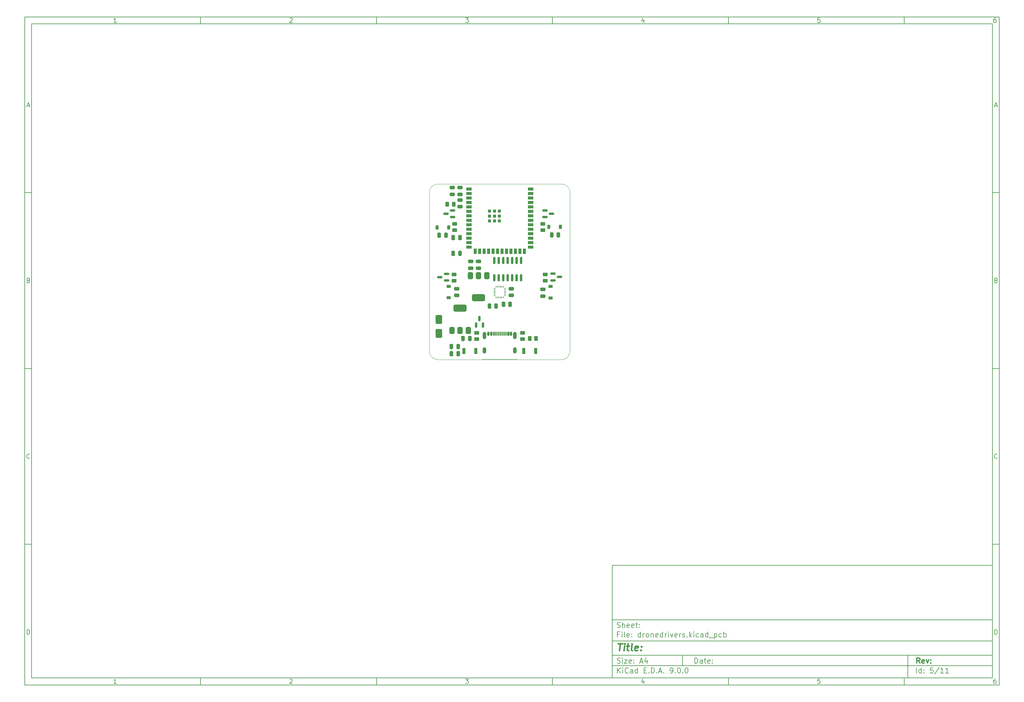
<source format=gbr>
%TF.GenerationSoftware,KiCad,Pcbnew,9.0.0*%
%TF.CreationDate,2025-03-29T01:57:50-05:00*%
%TF.ProjectId,dronedrivers,64726f6e-6564-4726-9976-6572732e6b69,rev?*%
%TF.SameCoordinates,Original*%
%TF.FileFunction,Paste,Top*%
%TF.FilePolarity,Positive*%
%FSLAX46Y46*%
G04 Gerber Fmt 4.6, Leading zero omitted, Abs format (unit mm)*
G04 Created by KiCad (PCBNEW 9.0.0) date 2025-03-29 01:57:50*
%MOMM*%
%LPD*%
G01*
G04 APERTURE LIST*
G04 Aperture macros list*
%AMRoundRect*
0 Rectangle with rounded corners*
0 $1 Rounding radius*
0 $2 $3 $4 $5 $6 $7 $8 $9 X,Y pos of 4 corners*
0 Add a 4 corners polygon primitive as box body*
4,1,4,$2,$3,$4,$5,$6,$7,$8,$9,$2,$3,0*
0 Add four circle primitives for the rounded corners*
1,1,$1+$1,$2,$3*
1,1,$1+$1,$4,$5*
1,1,$1+$1,$6,$7*
1,1,$1+$1,$8,$9*
0 Add four rect primitives between the rounded corners*
20,1,$1+$1,$2,$3,$4,$5,0*
20,1,$1+$1,$4,$5,$6,$7,0*
20,1,$1+$1,$6,$7,$8,$9,0*
20,1,$1+$1,$8,$9,$2,$3,0*%
G04 Aperture macros list end*
%ADD10C,0.100000*%
%ADD11C,0.150000*%
%ADD12C,0.300000*%
%ADD13C,0.400000*%
%ADD14RoundRect,0.250000X-0.650000X1.000000X-0.650000X-1.000000X0.650000X-1.000000X0.650000X1.000000X0*%
%ADD15RoundRect,0.375000X0.375000X-0.625000X0.375000X0.625000X-0.375000X0.625000X-0.375000X-0.625000X0*%
%ADD16RoundRect,0.500000X1.400000X-0.500000X1.400000X0.500000X-1.400000X0.500000X-1.400000X-0.500000X0*%
%ADD17RoundRect,0.250000X0.262500X0.450000X-0.262500X0.450000X-0.262500X-0.450000X0.262500X-0.450000X0*%
%ADD18RoundRect,0.250000X-0.450000X0.262500X-0.450000X-0.262500X0.450000X-0.262500X0.450000X0.262500X0*%
%ADD19R,0.900000X1.700000*%
%ADD20RoundRect,0.225000X0.225000X0.375000X-0.225000X0.375000X-0.225000X-0.375000X0.225000X-0.375000X0*%
%ADD21RoundRect,0.250000X-0.250000X-0.475000X0.250000X-0.475000X0.250000X0.475000X-0.250000X0.475000X0*%
%ADD22R,0.900000X0.900000*%
%ADD23R,1.500000X0.900000*%
%ADD24R,0.900000X1.500000*%
%ADD25O,1.000000X1.800000*%
%ADD26O,1.000000X2.100000*%
%ADD27RoundRect,0.150000X-0.150000X-0.425000X0.150000X-0.425000X0.150000X0.425000X-0.150000X0.425000X0*%
%ADD28RoundRect,0.075000X-0.075000X-0.500000X0.075000X-0.500000X0.075000X0.500000X-0.075000X0.500000X0*%
%ADD29RoundRect,0.150000X0.150000X-0.825000X0.150000X0.825000X-0.150000X0.825000X-0.150000X-0.825000X0*%
%ADD30RoundRect,0.250000X0.475000X-0.250000X0.475000X0.250000X-0.475000X0.250000X-0.475000X-0.250000X0*%
%ADD31RoundRect,0.225000X0.375000X-0.225000X0.375000X0.225000X-0.375000X0.225000X-0.375000X-0.225000X0*%
%ADD32RoundRect,0.150000X0.587500X0.150000X-0.587500X0.150000X-0.587500X-0.150000X0.587500X-0.150000X0*%
%ADD33RoundRect,0.150000X-0.587500X-0.150000X0.587500X-0.150000X0.587500X0.150000X-0.587500X0.150000X0*%
%ADD34RoundRect,0.250000X0.450000X-0.262500X0.450000X0.262500X-0.450000X0.262500X-0.450000X-0.262500X0*%
%ADD35RoundRect,0.150000X0.150000X-0.587500X0.150000X0.587500X-0.150000X0.587500X-0.150000X-0.587500X0*%
%ADD36RoundRect,0.250000X-0.262500X-0.450000X0.262500X-0.450000X0.262500X0.450000X-0.262500X0.450000X0*%
%ADD37RoundRect,0.375000X-0.375000X0.625000X-0.375000X-0.625000X0.375000X-0.625000X0.375000X0.625000X0*%
%ADD38RoundRect,0.500000X-1.400000X0.500000X-1.400000X-0.500000X1.400000X-0.500000X1.400000X0.500000X0*%
%ADD39RoundRect,0.050000X-0.225000X-0.050000X0.225000X-0.050000X0.225000X0.050000X-0.225000X0.050000X0*%
%ADD40RoundRect,0.050000X0.050000X-0.225000X0.050000X0.225000X-0.050000X0.225000X-0.050000X-0.225000X0*%
%ADD41RoundRect,0.250000X-0.475000X0.250000X-0.475000X-0.250000X0.475000X-0.250000X0.475000X0.250000X0*%
%ADD42RoundRect,0.250000X0.250000X0.475000X-0.250000X0.475000X-0.250000X-0.475000X0.250000X-0.475000X0*%
%ADD43RoundRect,0.225000X-0.225000X-0.375000X0.225000X-0.375000X0.225000X0.375000X-0.225000X0.375000X0*%
%TA.AperFunction,Profile*%
%ADD44C,0.050000*%
%TD*%
G04 APERTURE END LIST*
D10*
D11*
X177002200Y-166007200D02*
X285002200Y-166007200D01*
X285002200Y-198007200D01*
X177002200Y-198007200D01*
X177002200Y-166007200D01*
D10*
D11*
X10000000Y-10000000D02*
X287002200Y-10000000D01*
X287002200Y-200007200D01*
X10000000Y-200007200D01*
X10000000Y-10000000D01*
D10*
D11*
X12000000Y-12000000D02*
X285002200Y-12000000D01*
X285002200Y-198007200D01*
X12000000Y-198007200D01*
X12000000Y-12000000D01*
D10*
D11*
X60000000Y-12000000D02*
X60000000Y-10000000D01*
D10*
D11*
X110000000Y-12000000D02*
X110000000Y-10000000D01*
D10*
D11*
X160000000Y-12000000D02*
X160000000Y-10000000D01*
D10*
D11*
X210000000Y-12000000D02*
X210000000Y-10000000D01*
D10*
D11*
X260000000Y-12000000D02*
X260000000Y-10000000D01*
D10*
D11*
X36089160Y-11593604D02*
X35346303Y-11593604D01*
X35717731Y-11593604D02*
X35717731Y-10293604D01*
X35717731Y-10293604D02*
X35593922Y-10479319D01*
X35593922Y-10479319D02*
X35470112Y-10603128D01*
X35470112Y-10603128D02*
X35346303Y-10665033D01*
D10*
D11*
X85346303Y-10417414D02*
X85408207Y-10355509D01*
X85408207Y-10355509D02*
X85532017Y-10293604D01*
X85532017Y-10293604D02*
X85841541Y-10293604D01*
X85841541Y-10293604D02*
X85965350Y-10355509D01*
X85965350Y-10355509D02*
X86027255Y-10417414D01*
X86027255Y-10417414D02*
X86089160Y-10541223D01*
X86089160Y-10541223D02*
X86089160Y-10665033D01*
X86089160Y-10665033D02*
X86027255Y-10850747D01*
X86027255Y-10850747D02*
X85284398Y-11593604D01*
X85284398Y-11593604D02*
X86089160Y-11593604D01*
D10*
D11*
X135284398Y-10293604D02*
X136089160Y-10293604D01*
X136089160Y-10293604D02*
X135655826Y-10788842D01*
X135655826Y-10788842D02*
X135841541Y-10788842D01*
X135841541Y-10788842D02*
X135965350Y-10850747D01*
X135965350Y-10850747D02*
X136027255Y-10912652D01*
X136027255Y-10912652D02*
X136089160Y-11036461D01*
X136089160Y-11036461D02*
X136089160Y-11345985D01*
X136089160Y-11345985D02*
X136027255Y-11469795D01*
X136027255Y-11469795D02*
X135965350Y-11531700D01*
X135965350Y-11531700D02*
X135841541Y-11593604D01*
X135841541Y-11593604D02*
X135470112Y-11593604D01*
X135470112Y-11593604D02*
X135346303Y-11531700D01*
X135346303Y-11531700D02*
X135284398Y-11469795D01*
D10*
D11*
X185965350Y-10726938D02*
X185965350Y-11593604D01*
X185655826Y-10231700D02*
X185346303Y-11160271D01*
X185346303Y-11160271D02*
X186151064Y-11160271D01*
D10*
D11*
X236027255Y-10293604D02*
X235408207Y-10293604D01*
X235408207Y-10293604D02*
X235346303Y-10912652D01*
X235346303Y-10912652D02*
X235408207Y-10850747D01*
X235408207Y-10850747D02*
X235532017Y-10788842D01*
X235532017Y-10788842D02*
X235841541Y-10788842D01*
X235841541Y-10788842D02*
X235965350Y-10850747D01*
X235965350Y-10850747D02*
X236027255Y-10912652D01*
X236027255Y-10912652D02*
X236089160Y-11036461D01*
X236089160Y-11036461D02*
X236089160Y-11345985D01*
X236089160Y-11345985D02*
X236027255Y-11469795D01*
X236027255Y-11469795D02*
X235965350Y-11531700D01*
X235965350Y-11531700D02*
X235841541Y-11593604D01*
X235841541Y-11593604D02*
X235532017Y-11593604D01*
X235532017Y-11593604D02*
X235408207Y-11531700D01*
X235408207Y-11531700D02*
X235346303Y-11469795D01*
D10*
D11*
X285965350Y-10293604D02*
X285717731Y-10293604D01*
X285717731Y-10293604D02*
X285593922Y-10355509D01*
X285593922Y-10355509D02*
X285532017Y-10417414D01*
X285532017Y-10417414D02*
X285408207Y-10603128D01*
X285408207Y-10603128D02*
X285346303Y-10850747D01*
X285346303Y-10850747D02*
X285346303Y-11345985D01*
X285346303Y-11345985D02*
X285408207Y-11469795D01*
X285408207Y-11469795D02*
X285470112Y-11531700D01*
X285470112Y-11531700D02*
X285593922Y-11593604D01*
X285593922Y-11593604D02*
X285841541Y-11593604D01*
X285841541Y-11593604D02*
X285965350Y-11531700D01*
X285965350Y-11531700D02*
X286027255Y-11469795D01*
X286027255Y-11469795D02*
X286089160Y-11345985D01*
X286089160Y-11345985D02*
X286089160Y-11036461D01*
X286089160Y-11036461D02*
X286027255Y-10912652D01*
X286027255Y-10912652D02*
X285965350Y-10850747D01*
X285965350Y-10850747D02*
X285841541Y-10788842D01*
X285841541Y-10788842D02*
X285593922Y-10788842D01*
X285593922Y-10788842D02*
X285470112Y-10850747D01*
X285470112Y-10850747D02*
X285408207Y-10912652D01*
X285408207Y-10912652D02*
X285346303Y-11036461D01*
D10*
D11*
X60000000Y-198007200D02*
X60000000Y-200007200D01*
D10*
D11*
X110000000Y-198007200D02*
X110000000Y-200007200D01*
D10*
D11*
X160000000Y-198007200D02*
X160000000Y-200007200D01*
D10*
D11*
X210000000Y-198007200D02*
X210000000Y-200007200D01*
D10*
D11*
X260000000Y-198007200D02*
X260000000Y-200007200D01*
D10*
D11*
X36089160Y-199600804D02*
X35346303Y-199600804D01*
X35717731Y-199600804D02*
X35717731Y-198300804D01*
X35717731Y-198300804D02*
X35593922Y-198486519D01*
X35593922Y-198486519D02*
X35470112Y-198610328D01*
X35470112Y-198610328D02*
X35346303Y-198672233D01*
D10*
D11*
X85346303Y-198424614D02*
X85408207Y-198362709D01*
X85408207Y-198362709D02*
X85532017Y-198300804D01*
X85532017Y-198300804D02*
X85841541Y-198300804D01*
X85841541Y-198300804D02*
X85965350Y-198362709D01*
X85965350Y-198362709D02*
X86027255Y-198424614D01*
X86027255Y-198424614D02*
X86089160Y-198548423D01*
X86089160Y-198548423D02*
X86089160Y-198672233D01*
X86089160Y-198672233D02*
X86027255Y-198857947D01*
X86027255Y-198857947D02*
X85284398Y-199600804D01*
X85284398Y-199600804D02*
X86089160Y-199600804D01*
D10*
D11*
X135284398Y-198300804D02*
X136089160Y-198300804D01*
X136089160Y-198300804D02*
X135655826Y-198796042D01*
X135655826Y-198796042D02*
X135841541Y-198796042D01*
X135841541Y-198796042D02*
X135965350Y-198857947D01*
X135965350Y-198857947D02*
X136027255Y-198919852D01*
X136027255Y-198919852D02*
X136089160Y-199043661D01*
X136089160Y-199043661D02*
X136089160Y-199353185D01*
X136089160Y-199353185D02*
X136027255Y-199476995D01*
X136027255Y-199476995D02*
X135965350Y-199538900D01*
X135965350Y-199538900D02*
X135841541Y-199600804D01*
X135841541Y-199600804D02*
X135470112Y-199600804D01*
X135470112Y-199600804D02*
X135346303Y-199538900D01*
X135346303Y-199538900D02*
X135284398Y-199476995D01*
D10*
D11*
X185965350Y-198734138D02*
X185965350Y-199600804D01*
X185655826Y-198238900D02*
X185346303Y-199167471D01*
X185346303Y-199167471D02*
X186151064Y-199167471D01*
D10*
D11*
X236027255Y-198300804D02*
X235408207Y-198300804D01*
X235408207Y-198300804D02*
X235346303Y-198919852D01*
X235346303Y-198919852D02*
X235408207Y-198857947D01*
X235408207Y-198857947D02*
X235532017Y-198796042D01*
X235532017Y-198796042D02*
X235841541Y-198796042D01*
X235841541Y-198796042D02*
X235965350Y-198857947D01*
X235965350Y-198857947D02*
X236027255Y-198919852D01*
X236027255Y-198919852D02*
X236089160Y-199043661D01*
X236089160Y-199043661D02*
X236089160Y-199353185D01*
X236089160Y-199353185D02*
X236027255Y-199476995D01*
X236027255Y-199476995D02*
X235965350Y-199538900D01*
X235965350Y-199538900D02*
X235841541Y-199600804D01*
X235841541Y-199600804D02*
X235532017Y-199600804D01*
X235532017Y-199600804D02*
X235408207Y-199538900D01*
X235408207Y-199538900D02*
X235346303Y-199476995D01*
D10*
D11*
X285965350Y-198300804D02*
X285717731Y-198300804D01*
X285717731Y-198300804D02*
X285593922Y-198362709D01*
X285593922Y-198362709D02*
X285532017Y-198424614D01*
X285532017Y-198424614D02*
X285408207Y-198610328D01*
X285408207Y-198610328D02*
X285346303Y-198857947D01*
X285346303Y-198857947D02*
X285346303Y-199353185D01*
X285346303Y-199353185D02*
X285408207Y-199476995D01*
X285408207Y-199476995D02*
X285470112Y-199538900D01*
X285470112Y-199538900D02*
X285593922Y-199600804D01*
X285593922Y-199600804D02*
X285841541Y-199600804D01*
X285841541Y-199600804D02*
X285965350Y-199538900D01*
X285965350Y-199538900D02*
X286027255Y-199476995D01*
X286027255Y-199476995D02*
X286089160Y-199353185D01*
X286089160Y-199353185D02*
X286089160Y-199043661D01*
X286089160Y-199043661D02*
X286027255Y-198919852D01*
X286027255Y-198919852D02*
X285965350Y-198857947D01*
X285965350Y-198857947D02*
X285841541Y-198796042D01*
X285841541Y-198796042D02*
X285593922Y-198796042D01*
X285593922Y-198796042D02*
X285470112Y-198857947D01*
X285470112Y-198857947D02*
X285408207Y-198919852D01*
X285408207Y-198919852D02*
X285346303Y-199043661D01*
D10*
D11*
X10000000Y-60000000D02*
X12000000Y-60000000D01*
D10*
D11*
X10000000Y-110000000D02*
X12000000Y-110000000D01*
D10*
D11*
X10000000Y-160000000D02*
X12000000Y-160000000D01*
D10*
D11*
X10690476Y-35222176D02*
X11309523Y-35222176D01*
X10566666Y-35593604D02*
X10999999Y-34293604D01*
X10999999Y-34293604D02*
X11433333Y-35593604D01*
D10*
D11*
X11092857Y-84912652D02*
X11278571Y-84974557D01*
X11278571Y-84974557D02*
X11340476Y-85036461D01*
X11340476Y-85036461D02*
X11402380Y-85160271D01*
X11402380Y-85160271D02*
X11402380Y-85345985D01*
X11402380Y-85345985D02*
X11340476Y-85469795D01*
X11340476Y-85469795D02*
X11278571Y-85531700D01*
X11278571Y-85531700D02*
X11154761Y-85593604D01*
X11154761Y-85593604D02*
X10659523Y-85593604D01*
X10659523Y-85593604D02*
X10659523Y-84293604D01*
X10659523Y-84293604D02*
X11092857Y-84293604D01*
X11092857Y-84293604D02*
X11216666Y-84355509D01*
X11216666Y-84355509D02*
X11278571Y-84417414D01*
X11278571Y-84417414D02*
X11340476Y-84541223D01*
X11340476Y-84541223D02*
X11340476Y-84665033D01*
X11340476Y-84665033D02*
X11278571Y-84788842D01*
X11278571Y-84788842D02*
X11216666Y-84850747D01*
X11216666Y-84850747D02*
X11092857Y-84912652D01*
X11092857Y-84912652D02*
X10659523Y-84912652D01*
D10*
D11*
X11402380Y-135469795D02*
X11340476Y-135531700D01*
X11340476Y-135531700D02*
X11154761Y-135593604D01*
X11154761Y-135593604D02*
X11030952Y-135593604D01*
X11030952Y-135593604D02*
X10845238Y-135531700D01*
X10845238Y-135531700D02*
X10721428Y-135407890D01*
X10721428Y-135407890D02*
X10659523Y-135284080D01*
X10659523Y-135284080D02*
X10597619Y-135036461D01*
X10597619Y-135036461D02*
X10597619Y-134850747D01*
X10597619Y-134850747D02*
X10659523Y-134603128D01*
X10659523Y-134603128D02*
X10721428Y-134479319D01*
X10721428Y-134479319D02*
X10845238Y-134355509D01*
X10845238Y-134355509D02*
X11030952Y-134293604D01*
X11030952Y-134293604D02*
X11154761Y-134293604D01*
X11154761Y-134293604D02*
X11340476Y-134355509D01*
X11340476Y-134355509D02*
X11402380Y-134417414D01*
D10*
D11*
X10659523Y-185593604D02*
X10659523Y-184293604D01*
X10659523Y-184293604D02*
X10969047Y-184293604D01*
X10969047Y-184293604D02*
X11154761Y-184355509D01*
X11154761Y-184355509D02*
X11278571Y-184479319D01*
X11278571Y-184479319D02*
X11340476Y-184603128D01*
X11340476Y-184603128D02*
X11402380Y-184850747D01*
X11402380Y-184850747D02*
X11402380Y-185036461D01*
X11402380Y-185036461D02*
X11340476Y-185284080D01*
X11340476Y-185284080D02*
X11278571Y-185407890D01*
X11278571Y-185407890D02*
X11154761Y-185531700D01*
X11154761Y-185531700D02*
X10969047Y-185593604D01*
X10969047Y-185593604D02*
X10659523Y-185593604D01*
D10*
D11*
X287002200Y-60000000D02*
X285002200Y-60000000D01*
D10*
D11*
X287002200Y-110000000D02*
X285002200Y-110000000D01*
D10*
D11*
X287002200Y-160000000D02*
X285002200Y-160000000D01*
D10*
D11*
X285692676Y-35222176D02*
X286311723Y-35222176D01*
X285568866Y-35593604D02*
X286002199Y-34293604D01*
X286002199Y-34293604D02*
X286435533Y-35593604D01*
D10*
D11*
X286095057Y-84912652D02*
X286280771Y-84974557D01*
X286280771Y-84974557D02*
X286342676Y-85036461D01*
X286342676Y-85036461D02*
X286404580Y-85160271D01*
X286404580Y-85160271D02*
X286404580Y-85345985D01*
X286404580Y-85345985D02*
X286342676Y-85469795D01*
X286342676Y-85469795D02*
X286280771Y-85531700D01*
X286280771Y-85531700D02*
X286156961Y-85593604D01*
X286156961Y-85593604D02*
X285661723Y-85593604D01*
X285661723Y-85593604D02*
X285661723Y-84293604D01*
X285661723Y-84293604D02*
X286095057Y-84293604D01*
X286095057Y-84293604D02*
X286218866Y-84355509D01*
X286218866Y-84355509D02*
X286280771Y-84417414D01*
X286280771Y-84417414D02*
X286342676Y-84541223D01*
X286342676Y-84541223D02*
X286342676Y-84665033D01*
X286342676Y-84665033D02*
X286280771Y-84788842D01*
X286280771Y-84788842D02*
X286218866Y-84850747D01*
X286218866Y-84850747D02*
X286095057Y-84912652D01*
X286095057Y-84912652D02*
X285661723Y-84912652D01*
D10*
D11*
X286404580Y-135469795D02*
X286342676Y-135531700D01*
X286342676Y-135531700D02*
X286156961Y-135593604D01*
X286156961Y-135593604D02*
X286033152Y-135593604D01*
X286033152Y-135593604D02*
X285847438Y-135531700D01*
X285847438Y-135531700D02*
X285723628Y-135407890D01*
X285723628Y-135407890D02*
X285661723Y-135284080D01*
X285661723Y-135284080D02*
X285599819Y-135036461D01*
X285599819Y-135036461D02*
X285599819Y-134850747D01*
X285599819Y-134850747D02*
X285661723Y-134603128D01*
X285661723Y-134603128D02*
X285723628Y-134479319D01*
X285723628Y-134479319D02*
X285847438Y-134355509D01*
X285847438Y-134355509D02*
X286033152Y-134293604D01*
X286033152Y-134293604D02*
X286156961Y-134293604D01*
X286156961Y-134293604D02*
X286342676Y-134355509D01*
X286342676Y-134355509D02*
X286404580Y-134417414D01*
D10*
D11*
X285661723Y-185593604D02*
X285661723Y-184293604D01*
X285661723Y-184293604D02*
X285971247Y-184293604D01*
X285971247Y-184293604D02*
X286156961Y-184355509D01*
X286156961Y-184355509D02*
X286280771Y-184479319D01*
X286280771Y-184479319D02*
X286342676Y-184603128D01*
X286342676Y-184603128D02*
X286404580Y-184850747D01*
X286404580Y-184850747D02*
X286404580Y-185036461D01*
X286404580Y-185036461D02*
X286342676Y-185284080D01*
X286342676Y-185284080D02*
X286280771Y-185407890D01*
X286280771Y-185407890D02*
X286156961Y-185531700D01*
X286156961Y-185531700D02*
X285971247Y-185593604D01*
X285971247Y-185593604D02*
X285661723Y-185593604D01*
D10*
D11*
X200458026Y-193793328D02*
X200458026Y-192293328D01*
X200458026Y-192293328D02*
X200815169Y-192293328D01*
X200815169Y-192293328D02*
X201029455Y-192364757D01*
X201029455Y-192364757D02*
X201172312Y-192507614D01*
X201172312Y-192507614D02*
X201243741Y-192650471D01*
X201243741Y-192650471D02*
X201315169Y-192936185D01*
X201315169Y-192936185D02*
X201315169Y-193150471D01*
X201315169Y-193150471D02*
X201243741Y-193436185D01*
X201243741Y-193436185D02*
X201172312Y-193579042D01*
X201172312Y-193579042D02*
X201029455Y-193721900D01*
X201029455Y-193721900D02*
X200815169Y-193793328D01*
X200815169Y-193793328D02*
X200458026Y-193793328D01*
X202600884Y-193793328D02*
X202600884Y-193007614D01*
X202600884Y-193007614D02*
X202529455Y-192864757D01*
X202529455Y-192864757D02*
X202386598Y-192793328D01*
X202386598Y-192793328D02*
X202100884Y-192793328D01*
X202100884Y-192793328D02*
X201958026Y-192864757D01*
X202600884Y-193721900D02*
X202458026Y-193793328D01*
X202458026Y-193793328D02*
X202100884Y-193793328D01*
X202100884Y-193793328D02*
X201958026Y-193721900D01*
X201958026Y-193721900D02*
X201886598Y-193579042D01*
X201886598Y-193579042D02*
X201886598Y-193436185D01*
X201886598Y-193436185D02*
X201958026Y-193293328D01*
X201958026Y-193293328D02*
X202100884Y-193221900D01*
X202100884Y-193221900D02*
X202458026Y-193221900D01*
X202458026Y-193221900D02*
X202600884Y-193150471D01*
X203100884Y-192793328D02*
X203672312Y-192793328D01*
X203315169Y-192293328D02*
X203315169Y-193579042D01*
X203315169Y-193579042D02*
X203386598Y-193721900D01*
X203386598Y-193721900D02*
X203529455Y-193793328D01*
X203529455Y-193793328D02*
X203672312Y-193793328D01*
X204743741Y-193721900D02*
X204600884Y-193793328D01*
X204600884Y-193793328D02*
X204315170Y-193793328D01*
X204315170Y-193793328D02*
X204172312Y-193721900D01*
X204172312Y-193721900D02*
X204100884Y-193579042D01*
X204100884Y-193579042D02*
X204100884Y-193007614D01*
X204100884Y-193007614D02*
X204172312Y-192864757D01*
X204172312Y-192864757D02*
X204315170Y-192793328D01*
X204315170Y-192793328D02*
X204600884Y-192793328D01*
X204600884Y-192793328D02*
X204743741Y-192864757D01*
X204743741Y-192864757D02*
X204815170Y-193007614D01*
X204815170Y-193007614D02*
X204815170Y-193150471D01*
X204815170Y-193150471D02*
X204100884Y-193293328D01*
X205458026Y-193650471D02*
X205529455Y-193721900D01*
X205529455Y-193721900D02*
X205458026Y-193793328D01*
X205458026Y-193793328D02*
X205386598Y-193721900D01*
X205386598Y-193721900D02*
X205458026Y-193650471D01*
X205458026Y-193650471D02*
X205458026Y-193793328D01*
X205458026Y-192864757D02*
X205529455Y-192936185D01*
X205529455Y-192936185D02*
X205458026Y-193007614D01*
X205458026Y-193007614D02*
X205386598Y-192936185D01*
X205386598Y-192936185D02*
X205458026Y-192864757D01*
X205458026Y-192864757D02*
X205458026Y-193007614D01*
D10*
D11*
X177002200Y-194507200D02*
X285002200Y-194507200D01*
D10*
D11*
X178458026Y-196593328D02*
X178458026Y-195093328D01*
X179315169Y-196593328D02*
X178672312Y-195736185D01*
X179315169Y-195093328D02*
X178458026Y-195950471D01*
X179958026Y-196593328D02*
X179958026Y-195593328D01*
X179958026Y-195093328D02*
X179886598Y-195164757D01*
X179886598Y-195164757D02*
X179958026Y-195236185D01*
X179958026Y-195236185D02*
X180029455Y-195164757D01*
X180029455Y-195164757D02*
X179958026Y-195093328D01*
X179958026Y-195093328D02*
X179958026Y-195236185D01*
X181529455Y-196450471D02*
X181458027Y-196521900D01*
X181458027Y-196521900D02*
X181243741Y-196593328D01*
X181243741Y-196593328D02*
X181100884Y-196593328D01*
X181100884Y-196593328D02*
X180886598Y-196521900D01*
X180886598Y-196521900D02*
X180743741Y-196379042D01*
X180743741Y-196379042D02*
X180672312Y-196236185D01*
X180672312Y-196236185D02*
X180600884Y-195950471D01*
X180600884Y-195950471D02*
X180600884Y-195736185D01*
X180600884Y-195736185D02*
X180672312Y-195450471D01*
X180672312Y-195450471D02*
X180743741Y-195307614D01*
X180743741Y-195307614D02*
X180886598Y-195164757D01*
X180886598Y-195164757D02*
X181100884Y-195093328D01*
X181100884Y-195093328D02*
X181243741Y-195093328D01*
X181243741Y-195093328D02*
X181458027Y-195164757D01*
X181458027Y-195164757D02*
X181529455Y-195236185D01*
X182815170Y-196593328D02*
X182815170Y-195807614D01*
X182815170Y-195807614D02*
X182743741Y-195664757D01*
X182743741Y-195664757D02*
X182600884Y-195593328D01*
X182600884Y-195593328D02*
X182315170Y-195593328D01*
X182315170Y-195593328D02*
X182172312Y-195664757D01*
X182815170Y-196521900D02*
X182672312Y-196593328D01*
X182672312Y-196593328D02*
X182315170Y-196593328D01*
X182315170Y-196593328D02*
X182172312Y-196521900D01*
X182172312Y-196521900D02*
X182100884Y-196379042D01*
X182100884Y-196379042D02*
X182100884Y-196236185D01*
X182100884Y-196236185D02*
X182172312Y-196093328D01*
X182172312Y-196093328D02*
X182315170Y-196021900D01*
X182315170Y-196021900D02*
X182672312Y-196021900D01*
X182672312Y-196021900D02*
X182815170Y-195950471D01*
X184172313Y-196593328D02*
X184172313Y-195093328D01*
X184172313Y-196521900D02*
X184029455Y-196593328D01*
X184029455Y-196593328D02*
X183743741Y-196593328D01*
X183743741Y-196593328D02*
X183600884Y-196521900D01*
X183600884Y-196521900D02*
X183529455Y-196450471D01*
X183529455Y-196450471D02*
X183458027Y-196307614D01*
X183458027Y-196307614D02*
X183458027Y-195879042D01*
X183458027Y-195879042D02*
X183529455Y-195736185D01*
X183529455Y-195736185D02*
X183600884Y-195664757D01*
X183600884Y-195664757D02*
X183743741Y-195593328D01*
X183743741Y-195593328D02*
X184029455Y-195593328D01*
X184029455Y-195593328D02*
X184172313Y-195664757D01*
X186029455Y-195807614D02*
X186529455Y-195807614D01*
X186743741Y-196593328D02*
X186029455Y-196593328D01*
X186029455Y-196593328D02*
X186029455Y-195093328D01*
X186029455Y-195093328D02*
X186743741Y-195093328D01*
X187386598Y-196450471D02*
X187458027Y-196521900D01*
X187458027Y-196521900D02*
X187386598Y-196593328D01*
X187386598Y-196593328D02*
X187315170Y-196521900D01*
X187315170Y-196521900D02*
X187386598Y-196450471D01*
X187386598Y-196450471D02*
X187386598Y-196593328D01*
X188100884Y-196593328D02*
X188100884Y-195093328D01*
X188100884Y-195093328D02*
X188458027Y-195093328D01*
X188458027Y-195093328D02*
X188672313Y-195164757D01*
X188672313Y-195164757D02*
X188815170Y-195307614D01*
X188815170Y-195307614D02*
X188886599Y-195450471D01*
X188886599Y-195450471D02*
X188958027Y-195736185D01*
X188958027Y-195736185D02*
X188958027Y-195950471D01*
X188958027Y-195950471D02*
X188886599Y-196236185D01*
X188886599Y-196236185D02*
X188815170Y-196379042D01*
X188815170Y-196379042D02*
X188672313Y-196521900D01*
X188672313Y-196521900D02*
X188458027Y-196593328D01*
X188458027Y-196593328D02*
X188100884Y-196593328D01*
X189600884Y-196450471D02*
X189672313Y-196521900D01*
X189672313Y-196521900D02*
X189600884Y-196593328D01*
X189600884Y-196593328D02*
X189529456Y-196521900D01*
X189529456Y-196521900D02*
X189600884Y-196450471D01*
X189600884Y-196450471D02*
X189600884Y-196593328D01*
X190243742Y-196164757D02*
X190958028Y-196164757D01*
X190100885Y-196593328D02*
X190600885Y-195093328D01*
X190600885Y-195093328D02*
X191100885Y-196593328D01*
X191600884Y-196450471D02*
X191672313Y-196521900D01*
X191672313Y-196521900D02*
X191600884Y-196593328D01*
X191600884Y-196593328D02*
X191529456Y-196521900D01*
X191529456Y-196521900D02*
X191600884Y-196450471D01*
X191600884Y-196450471D02*
X191600884Y-196593328D01*
X193529456Y-196593328D02*
X193815170Y-196593328D01*
X193815170Y-196593328D02*
X193958027Y-196521900D01*
X193958027Y-196521900D02*
X194029456Y-196450471D01*
X194029456Y-196450471D02*
X194172313Y-196236185D01*
X194172313Y-196236185D02*
X194243742Y-195950471D01*
X194243742Y-195950471D02*
X194243742Y-195379042D01*
X194243742Y-195379042D02*
X194172313Y-195236185D01*
X194172313Y-195236185D02*
X194100885Y-195164757D01*
X194100885Y-195164757D02*
X193958027Y-195093328D01*
X193958027Y-195093328D02*
X193672313Y-195093328D01*
X193672313Y-195093328D02*
X193529456Y-195164757D01*
X193529456Y-195164757D02*
X193458027Y-195236185D01*
X193458027Y-195236185D02*
X193386599Y-195379042D01*
X193386599Y-195379042D02*
X193386599Y-195736185D01*
X193386599Y-195736185D02*
X193458027Y-195879042D01*
X193458027Y-195879042D02*
X193529456Y-195950471D01*
X193529456Y-195950471D02*
X193672313Y-196021900D01*
X193672313Y-196021900D02*
X193958027Y-196021900D01*
X193958027Y-196021900D02*
X194100885Y-195950471D01*
X194100885Y-195950471D02*
X194172313Y-195879042D01*
X194172313Y-195879042D02*
X194243742Y-195736185D01*
X194886598Y-196450471D02*
X194958027Y-196521900D01*
X194958027Y-196521900D02*
X194886598Y-196593328D01*
X194886598Y-196593328D02*
X194815170Y-196521900D01*
X194815170Y-196521900D02*
X194886598Y-196450471D01*
X194886598Y-196450471D02*
X194886598Y-196593328D01*
X195886599Y-195093328D02*
X196029456Y-195093328D01*
X196029456Y-195093328D02*
X196172313Y-195164757D01*
X196172313Y-195164757D02*
X196243742Y-195236185D01*
X196243742Y-195236185D02*
X196315170Y-195379042D01*
X196315170Y-195379042D02*
X196386599Y-195664757D01*
X196386599Y-195664757D02*
X196386599Y-196021900D01*
X196386599Y-196021900D02*
X196315170Y-196307614D01*
X196315170Y-196307614D02*
X196243742Y-196450471D01*
X196243742Y-196450471D02*
X196172313Y-196521900D01*
X196172313Y-196521900D02*
X196029456Y-196593328D01*
X196029456Y-196593328D02*
X195886599Y-196593328D01*
X195886599Y-196593328D02*
X195743742Y-196521900D01*
X195743742Y-196521900D02*
X195672313Y-196450471D01*
X195672313Y-196450471D02*
X195600884Y-196307614D01*
X195600884Y-196307614D02*
X195529456Y-196021900D01*
X195529456Y-196021900D02*
X195529456Y-195664757D01*
X195529456Y-195664757D02*
X195600884Y-195379042D01*
X195600884Y-195379042D02*
X195672313Y-195236185D01*
X195672313Y-195236185D02*
X195743742Y-195164757D01*
X195743742Y-195164757D02*
X195886599Y-195093328D01*
X197029455Y-196450471D02*
X197100884Y-196521900D01*
X197100884Y-196521900D02*
X197029455Y-196593328D01*
X197029455Y-196593328D02*
X196958027Y-196521900D01*
X196958027Y-196521900D02*
X197029455Y-196450471D01*
X197029455Y-196450471D02*
X197029455Y-196593328D01*
X198029456Y-195093328D02*
X198172313Y-195093328D01*
X198172313Y-195093328D02*
X198315170Y-195164757D01*
X198315170Y-195164757D02*
X198386599Y-195236185D01*
X198386599Y-195236185D02*
X198458027Y-195379042D01*
X198458027Y-195379042D02*
X198529456Y-195664757D01*
X198529456Y-195664757D02*
X198529456Y-196021900D01*
X198529456Y-196021900D02*
X198458027Y-196307614D01*
X198458027Y-196307614D02*
X198386599Y-196450471D01*
X198386599Y-196450471D02*
X198315170Y-196521900D01*
X198315170Y-196521900D02*
X198172313Y-196593328D01*
X198172313Y-196593328D02*
X198029456Y-196593328D01*
X198029456Y-196593328D02*
X197886599Y-196521900D01*
X197886599Y-196521900D02*
X197815170Y-196450471D01*
X197815170Y-196450471D02*
X197743741Y-196307614D01*
X197743741Y-196307614D02*
X197672313Y-196021900D01*
X197672313Y-196021900D02*
X197672313Y-195664757D01*
X197672313Y-195664757D02*
X197743741Y-195379042D01*
X197743741Y-195379042D02*
X197815170Y-195236185D01*
X197815170Y-195236185D02*
X197886599Y-195164757D01*
X197886599Y-195164757D02*
X198029456Y-195093328D01*
D10*
D11*
X177002200Y-191507200D02*
X285002200Y-191507200D01*
D10*
D12*
X264413853Y-193785528D02*
X263913853Y-193071242D01*
X263556710Y-193785528D02*
X263556710Y-192285528D01*
X263556710Y-192285528D02*
X264128139Y-192285528D01*
X264128139Y-192285528D02*
X264270996Y-192356957D01*
X264270996Y-192356957D02*
X264342425Y-192428385D01*
X264342425Y-192428385D02*
X264413853Y-192571242D01*
X264413853Y-192571242D02*
X264413853Y-192785528D01*
X264413853Y-192785528D02*
X264342425Y-192928385D01*
X264342425Y-192928385D02*
X264270996Y-192999814D01*
X264270996Y-192999814D02*
X264128139Y-193071242D01*
X264128139Y-193071242D02*
X263556710Y-193071242D01*
X265628139Y-193714100D02*
X265485282Y-193785528D01*
X265485282Y-193785528D02*
X265199568Y-193785528D01*
X265199568Y-193785528D02*
X265056710Y-193714100D01*
X265056710Y-193714100D02*
X264985282Y-193571242D01*
X264985282Y-193571242D02*
X264985282Y-192999814D01*
X264985282Y-192999814D02*
X265056710Y-192856957D01*
X265056710Y-192856957D02*
X265199568Y-192785528D01*
X265199568Y-192785528D02*
X265485282Y-192785528D01*
X265485282Y-192785528D02*
X265628139Y-192856957D01*
X265628139Y-192856957D02*
X265699568Y-192999814D01*
X265699568Y-192999814D02*
X265699568Y-193142671D01*
X265699568Y-193142671D02*
X264985282Y-193285528D01*
X266199567Y-192785528D02*
X266556710Y-193785528D01*
X266556710Y-193785528D02*
X266913853Y-192785528D01*
X267485281Y-193642671D02*
X267556710Y-193714100D01*
X267556710Y-193714100D02*
X267485281Y-193785528D01*
X267485281Y-193785528D02*
X267413853Y-193714100D01*
X267413853Y-193714100D02*
X267485281Y-193642671D01*
X267485281Y-193642671D02*
X267485281Y-193785528D01*
X267485281Y-192856957D02*
X267556710Y-192928385D01*
X267556710Y-192928385D02*
X267485281Y-192999814D01*
X267485281Y-192999814D02*
X267413853Y-192928385D01*
X267413853Y-192928385D02*
X267485281Y-192856957D01*
X267485281Y-192856957D02*
X267485281Y-192999814D01*
D10*
D11*
X178386598Y-193721900D02*
X178600884Y-193793328D01*
X178600884Y-193793328D02*
X178958026Y-193793328D01*
X178958026Y-193793328D02*
X179100884Y-193721900D01*
X179100884Y-193721900D02*
X179172312Y-193650471D01*
X179172312Y-193650471D02*
X179243741Y-193507614D01*
X179243741Y-193507614D02*
X179243741Y-193364757D01*
X179243741Y-193364757D02*
X179172312Y-193221900D01*
X179172312Y-193221900D02*
X179100884Y-193150471D01*
X179100884Y-193150471D02*
X178958026Y-193079042D01*
X178958026Y-193079042D02*
X178672312Y-193007614D01*
X178672312Y-193007614D02*
X178529455Y-192936185D01*
X178529455Y-192936185D02*
X178458026Y-192864757D01*
X178458026Y-192864757D02*
X178386598Y-192721900D01*
X178386598Y-192721900D02*
X178386598Y-192579042D01*
X178386598Y-192579042D02*
X178458026Y-192436185D01*
X178458026Y-192436185D02*
X178529455Y-192364757D01*
X178529455Y-192364757D02*
X178672312Y-192293328D01*
X178672312Y-192293328D02*
X179029455Y-192293328D01*
X179029455Y-192293328D02*
X179243741Y-192364757D01*
X179886597Y-193793328D02*
X179886597Y-192793328D01*
X179886597Y-192293328D02*
X179815169Y-192364757D01*
X179815169Y-192364757D02*
X179886597Y-192436185D01*
X179886597Y-192436185D02*
X179958026Y-192364757D01*
X179958026Y-192364757D02*
X179886597Y-192293328D01*
X179886597Y-192293328D02*
X179886597Y-192436185D01*
X180458026Y-192793328D02*
X181243741Y-192793328D01*
X181243741Y-192793328D02*
X180458026Y-193793328D01*
X180458026Y-193793328D02*
X181243741Y-193793328D01*
X182386598Y-193721900D02*
X182243741Y-193793328D01*
X182243741Y-193793328D02*
X181958027Y-193793328D01*
X181958027Y-193793328D02*
X181815169Y-193721900D01*
X181815169Y-193721900D02*
X181743741Y-193579042D01*
X181743741Y-193579042D02*
X181743741Y-193007614D01*
X181743741Y-193007614D02*
X181815169Y-192864757D01*
X181815169Y-192864757D02*
X181958027Y-192793328D01*
X181958027Y-192793328D02*
X182243741Y-192793328D01*
X182243741Y-192793328D02*
X182386598Y-192864757D01*
X182386598Y-192864757D02*
X182458027Y-193007614D01*
X182458027Y-193007614D02*
X182458027Y-193150471D01*
X182458027Y-193150471D02*
X181743741Y-193293328D01*
X183100883Y-193650471D02*
X183172312Y-193721900D01*
X183172312Y-193721900D02*
X183100883Y-193793328D01*
X183100883Y-193793328D02*
X183029455Y-193721900D01*
X183029455Y-193721900D02*
X183100883Y-193650471D01*
X183100883Y-193650471D02*
X183100883Y-193793328D01*
X183100883Y-192864757D02*
X183172312Y-192936185D01*
X183172312Y-192936185D02*
X183100883Y-193007614D01*
X183100883Y-193007614D02*
X183029455Y-192936185D01*
X183029455Y-192936185D02*
X183100883Y-192864757D01*
X183100883Y-192864757D02*
X183100883Y-193007614D01*
X184886598Y-193364757D02*
X185600884Y-193364757D01*
X184743741Y-193793328D02*
X185243741Y-192293328D01*
X185243741Y-192293328D02*
X185743741Y-193793328D01*
X186886598Y-192793328D02*
X186886598Y-193793328D01*
X186529455Y-192221900D02*
X186172312Y-193293328D01*
X186172312Y-193293328D02*
X187100883Y-193293328D01*
D10*
D11*
X263458026Y-196593328D02*
X263458026Y-195093328D01*
X264815170Y-196593328D02*
X264815170Y-195093328D01*
X264815170Y-196521900D02*
X264672312Y-196593328D01*
X264672312Y-196593328D02*
X264386598Y-196593328D01*
X264386598Y-196593328D02*
X264243741Y-196521900D01*
X264243741Y-196521900D02*
X264172312Y-196450471D01*
X264172312Y-196450471D02*
X264100884Y-196307614D01*
X264100884Y-196307614D02*
X264100884Y-195879042D01*
X264100884Y-195879042D02*
X264172312Y-195736185D01*
X264172312Y-195736185D02*
X264243741Y-195664757D01*
X264243741Y-195664757D02*
X264386598Y-195593328D01*
X264386598Y-195593328D02*
X264672312Y-195593328D01*
X264672312Y-195593328D02*
X264815170Y-195664757D01*
X265529455Y-196450471D02*
X265600884Y-196521900D01*
X265600884Y-196521900D02*
X265529455Y-196593328D01*
X265529455Y-196593328D02*
X265458027Y-196521900D01*
X265458027Y-196521900D02*
X265529455Y-196450471D01*
X265529455Y-196450471D02*
X265529455Y-196593328D01*
X265529455Y-195664757D02*
X265600884Y-195736185D01*
X265600884Y-195736185D02*
X265529455Y-195807614D01*
X265529455Y-195807614D02*
X265458027Y-195736185D01*
X265458027Y-195736185D02*
X265529455Y-195664757D01*
X265529455Y-195664757D02*
X265529455Y-195807614D01*
X268100884Y-195093328D02*
X267386598Y-195093328D01*
X267386598Y-195093328D02*
X267315170Y-195807614D01*
X267315170Y-195807614D02*
X267386598Y-195736185D01*
X267386598Y-195736185D02*
X267529456Y-195664757D01*
X267529456Y-195664757D02*
X267886598Y-195664757D01*
X267886598Y-195664757D02*
X268029456Y-195736185D01*
X268029456Y-195736185D02*
X268100884Y-195807614D01*
X268100884Y-195807614D02*
X268172313Y-195950471D01*
X268172313Y-195950471D02*
X268172313Y-196307614D01*
X268172313Y-196307614D02*
X268100884Y-196450471D01*
X268100884Y-196450471D02*
X268029456Y-196521900D01*
X268029456Y-196521900D02*
X267886598Y-196593328D01*
X267886598Y-196593328D02*
X267529456Y-196593328D01*
X267529456Y-196593328D02*
X267386598Y-196521900D01*
X267386598Y-196521900D02*
X267315170Y-196450471D01*
X269886598Y-195021900D02*
X268600884Y-196950471D01*
X271172313Y-196593328D02*
X270315170Y-196593328D01*
X270743741Y-196593328D02*
X270743741Y-195093328D01*
X270743741Y-195093328D02*
X270600884Y-195307614D01*
X270600884Y-195307614D02*
X270458027Y-195450471D01*
X270458027Y-195450471D02*
X270315170Y-195521900D01*
X272600884Y-196593328D02*
X271743741Y-196593328D01*
X272172312Y-196593328D02*
X272172312Y-195093328D01*
X272172312Y-195093328D02*
X272029455Y-195307614D01*
X272029455Y-195307614D02*
X271886598Y-195450471D01*
X271886598Y-195450471D02*
X271743741Y-195521900D01*
D10*
D11*
X177002200Y-187507200D02*
X285002200Y-187507200D01*
D10*
D13*
X178693928Y-188211638D02*
X179836785Y-188211638D01*
X179015357Y-190211638D02*
X179265357Y-188211638D01*
X180253452Y-190211638D02*
X180420119Y-188878304D01*
X180503452Y-188211638D02*
X180396309Y-188306876D01*
X180396309Y-188306876D02*
X180479643Y-188402114D01*
X180479643Y-188402114D02*
X180586786Y-188306876D01*
X180586786Y-188306876D02*
X180503452Y-188211638D01*
X180503452Y-188211638D02*
X180479643Y-188402114D01*
X181086786Y-188878304D02*
X181848690Y-188878304D01*
X181455833Y-188211638D02*
X181241548Y-189925923D01*
X181241548Y-189925923D02*
X181312976Y-190116400D01*
X181312976Y-190116400D02*
X181491548Y-190211638D01*
X181491548Y-190211638D02*
X181682024Y-190211638D01*
X182634405Y-190211638D02*
X182455833Y-190116400D01*
X182455833Y-190116400D02*
X182384405Y-189925923D01*
X182384405Y-189925923D02*
X182598690Y-188211638D01*
X184170119Y-190116400D02*
X183967738Y-190211638D01*
X183967738Y-190211638D02*
X183586785Y-190211638D01*
X183586785Y-190211638D02*
X183408214Y-190116400D01*
X183408214Y-190116400D02*
X183336785Y-189925923D01*
X183336785Y-189925923D02*
X183432024Y-189164019D01*
X183432024Y-189164019D02*
X183551071Y-188973542D01*
X183551071Y-188973542D02*
X183753452Y-188878304D01*
X183753452Y-188878304D02*
X184134404Y-188878304D01*
X184134404Y-188878304D02*
X184312976Y-188973542D01*
X184312976Y-188973542D02*
X184384404Y-189164019D01*
X184384404Y-189164019D02*
X184360595Y-189354495D01*
X184360595Y-189354495D02*
X183384404Y-189544971D01*
X185134405Y-190021161D02*
X185217738Y-190116400D01*
X185217738Y-190116400D02*
X185110595Y-190211638D01*
X185110595Y-190211638D02*
X185027262Y-190116400D01*
X185027262Y-190116400D02*
X185134405Y-190021161D01*
X185134405Y-190021161D02*
X185110595Y-190211638D01*
X185265357Y-188973542D02*
X185348690Y-189068780D01*
X185348690Y-189068780D02*
X185241548Y-189164019D01*
X185241548Y-189164019D02*
X185158214Y-189068780D01*
X185158214Y-189068780D02*
X185265357Y-188973542D01*
X185265357Y-188973542D02*
X185241548Y-189164019D01*
D10*
D11*
X178958026Y-185607614D02*
X178458026Y-185607614D01*
X178458026Y-186393328D02*
X178458026Y-184893328D01*
X178458026Y-184893328D02*
X179172312Y-184893328D01*
X179743740Y-186393328D02*
X179743740Y-185393328D01*
X179743740Y-184893328D02*
X179672312Y-184964757D01*
X179672312Y-184964757D02*
X179743740Y-185036185D01*
X179743740Y-185036185D02*
X179815169Y-184964757D01*
X179815169Y-184964757D02*
X179743740Y-184893328D01*
X179743740Y-184893328D02*
X179743740Y-185036185D01*
X180672312Y-186393328D02*
X180529455Y-186321900D01*
X180529455Y-186321900D02*
X180458026Y-186179042D01*
X180458026Y-186179042D02*
X180458026Y-184893328D01*
X181815169Y-186321900D02*
X181672312Y-186393328D01*
X181672312Y-186393328D02*
X181386598Y-186393328D01*
X181386598Y-186393328D02*
X181243740Y-186321900D01*
X181243740Y-186321900D02*
X181172312Y-186179042D01*
X181172312Y-186179042D02*
X181172312Y-185607614D01*
X181172312Y-185607614D02*
X181243740Y-185464757D01*
X181243740Y-185464757D02*
X181386598Y-185393328D01*
X181386598Y-185393328D02*
X181672312Y-185393328D01*
X181672312Y-185393328D02*
X181815169Y-185464757D01*
X181815169Y-185464757D02*
X181886598Y-185607614D01*
X181886598Y-185607614D02*
X181886598Y-185750471D01*
X181886598Y-185750471D02*
X181172312Y-185893328D01*
X182529454Y-186250471D02*
X182600883Y-186321900D01*
X182600883Y-186321900D02*
X182529454Y-186393328D01*
X182529454Y-186393328D02*
X182458026Y-186321900D01*
X182458026Y-186321900D02*
X182529454Y-186250471D01*
X182529454Y-186250471D02*
X182529454Y-186393328D01*
X182529454Y-185464757D02*
X182600883Y-185536185D01*
X182600883Y-185536185D02*
X182529454Y-185607614D01*
X182529454Y-185607614D02*
X182458026Y-185536185D01*
X182458026Y-185536185D02*
X182529454Y-185464757D01*
X182529454Y-185464757D02*
X182529454Y-185607614D01*
X185029455Y-186393328D02*
X185029455Y-184893328D01*
X185029455Y-186321900D02*
X184886597Y-186393328D01*
X184886597Y-186393328D02*
X184600883Y-186393328D01*
X184600883Y-186393328D02*
X184458026Y-186321900D01*
X184458026Y-186321900D02*
X184386597Y-186250471D01*
X184386597Y-186250471D02*
X184315169Y-186107614D01*
X184315169Y-186107614D02*
X184315169Y-185679042D01*
X184315169Y-185679042D02*
X184386597Y-185536185D01*
X184386597Y-185536185D02*
X184458026Y-185464757D01*
X184458026Y-185464757D02*
X184600883Y-185393328D01*
X184600883Y-185393328D02*
X184886597Y-185393328D01*
X184886597Y-185393328D02*
X185029455Y-185464757D01*
X185743740Y-186393328D02*
X185743740Y-185393328D01*
X185743740Y-185679042D02*
X185815169Y-185536185D01*
X185815169Y-185536185D02*
X185886598Y-185464757D01*
X185886598Y-185464757D02*
X186029455Y-185393328D01*
X186029455Y-185393328D02*
X186172312Y-185393328D01*
X186886597Y-186393328D02*
X186743740Y-186321900D01*
X186743740Y-186321900D02*
X186672311Y-186250471D01*
X186672311Y-186250471D02*
X186600883Y-186107614D01*
X186600883Y-186107614D02*
X186600883Y-185679042D01*
X186600883Y-185679042D02*
X186672311Y-185536185D01*
X186672311Y-185536185D02*
X186743740Y-185464757D01*
X186743740Y-185464757D02*
X186886597Y-185393328D01*
X186886597Y-185393328D02*
X187100883Y-185393328D01*
X187100883Y-185393328D02*
X187243740Y-185464757D01*
X187243740Y-185464757D02*
X187315169Y-185536185D01*
X187315169Y-185536185D02*
X187386597Y-185679042D01*
X187386597Y-185679042D02*
X187386597Y-186107614D01*
X187386597Y-186107614D02*
X187315169Y-186250471D01*
X187315169Y-186250471D02*
X187243740Y-186321900D01*
X187243740Y-186321900D02*
X187100883Y-186393328D01*
X187100883Y-186393328D02*
X186886597Y-186393328D01*
X188029454Y-185393328D02*
X188029454Y-186393328D01*
X188029454Y-185536185D02*
X188100883Y-185464757D01*
X188100883Y-185464757D02*
X188243740Y-185393328D01*
X188243740Y-185393328D02*
X188458026Y-185393328D01*
X188458026Y-185393328D02*
X188600883Y-185464757D01*
X188600883Y-185464757D02*
X188672312Y-185607614D01*
X188672312Y-185607614D02*
X188672312Y-186393328D01*
X189958026Y-186321900D02*
X189815169Y-186393328D01*
X189815169Y-186393328D02*
X189529455Y-186393328D01*
X189529455Y-186393328D02*
X189386597Y-186321900D01*
X189386597Y-186321900D02*
X189315169Y-186179042D01*
X189315169Y-186179042D02*
X189315169Y-185607614D01*
X189315169Y-185607614D02*
X189386597Y-185464757D01*
X189386597Y-185464757D02*
X189529455Y-185393328D01*
X189529455Y-185393328D02*
X189815169Y-185393328D01*
X189815169Y-185393328D02*
X189958026Y-185464757D01*
X189958026Y-185464757D02*
X190029455Y-185607614D01*
X190029455Y-185607614D02*
X190029455Y-185750471D01*
X190029455Y-185750471D02*
X189315169Y-185893328D01*
X191315169Y-186393328D02*
X191315169Y-184893328D01*
X191315169Y-186321900D02*
X191172311Y-186393328D01*
X191172311Y-186393328D02*
X190886597Y-186393328D01*
X190886597Y-186393328D02*
X190743740Y-186321900D01*
X190743740Y-186321900D02*
X190672311Y-186250471D01*
X190672311Y-186250471D02*
X190600883Y-186107614D01*
X190600883Y-186107614D02*
X190600883Y-185679042D01*
X190600883Y-185679042D02*
X190672311Y-185536185D01*
X190672311Y-185536185D02*
X190743740Y-185464757D01*
X190743740Y-185464757D02*
X190886597Y-185393328D01*
X190886597Y-185393328D02*
X191172311Y-185393328D01*
X191172311Y-185393328D02*
X191315169Y-185464757D01*
X192029454Y-186393328D02*
X192029454Y-185393328D01*
X192029454Y-185679042D02*
X192100883Y-185536185D01*
X192100883Y-185536185D02*
X192172312Y-185464757D01*
X192172312Y-185464757D02*
X192315169Y-185393328D01*
X192315169Y-185393328D02*
X192458026Y-185393328D01*
X192958025Y-186393328D02*
X192958025Y-185393328D01*
X192958025Y-184893328D02*
X192886597Y-184964757D01*
X192886597Y-184964757D02*
X192958025Y-185036185D01*
X192958025Y-185036185D02*
X193029454Y-184964757D01*
X193029454Y-184964757D02*
X192958025Y-184893328D01*
X192958025Y-184893328D02*
X192958025Y-185036185D01*
X193529454Y-185393328D02*
X193886597Y-186393328D01*
X193886597Y-186393328D02*
X194243740Y-185393328D01*
X195386597Y-186321900D02*
X195243740Y-186393328D01*
X195243740Y-186393328D02*
X194958026Y-186393328D01*
X194958026Y-186393328D02*
X194815168Y-186321900D01*
X194815168Y-186321900D02*
X194743740Y-186179042D01*
X194743740Y-186179042D02*
X194743740Y-185607614D01*
X194743740Y-185607614D02*
X194815168Y-185464757D01*
X194815168Y-185464757D02*
X194958026Y-185393328D01*
X194958026Y-185393328D02*
X195243740Y-185393328D01*
X195243740Y-185393328D02*
X195386597Y-185464757D01*
X195386597Y-185464757D02*
X195458026Y-185607614D01*
X195458026Y-185607614D02*
X195458026Y-185750471D01*
X195458026Y-185750471D02*
X194743740Y-185893328D01*
X196100882Y-186393328D02*
X196100882Y-185393328D01*
X196100882Y-185679042D02*
X196172311Y-185536185D01*
X196172311Y-185536185D02*
X196243740Y-185464757D01*
X196243740Y-185464757D02*
X196386597Y-185393328D01*
X196386597Y-185393328D02*
X196529454Y-185393328D01*
X196958025Y-186321900D02*
X197100882Y-186393328D01*
X197100882Y-186393328D02*
X197386596Y-186393328D01*
X197386596Y-186393328D02*
X197529453Y-186321900D01*
X197529453Y-186321900D02*
X197600882Y-186179042D01*
X197600882Y-186179042D02*
X197600882Y-186107614D01*
X197600882Y-186107614D02*
X197529453Y-185964757D01*
X197529453Y-185964757D02*
X197386596Y-185893328D01*
X197386596Y-185893328D02*
X197172311Y-185893328D01*
X197172311Y-185893328D02*
X197029453Y-185821900D01*
X197029453Y-185821900D02*
X196958025Y-185679042D01*
X196958025Y-185679042D02*
X196958025Y-185607614D01*
X196958025Y-185607614D02*
X197029453Y-185464757D01*
X197029453Y-185464757D02*
X197172311Y-185393328D01*
X197172311Y-185393328D02*
X197386596Y-185393328D01*
X197386596Y-185393328D02*
X197529453Y-185464757D01*
X198243739Y-186250471D02*
X198315168Y-186321900D01*
X198315168Y-186321900D02*
X198243739Y-186393328D01*
X198243739Y-186393328D02*
X198172311Y-186321900D01*
X198172311Y-186321900D02*
X198243739Y-186250471D01*
X198243739Y-186250471D02*
X198243739Y-186393328D01*
X198958025Y-186393328D02*
X198958025Y-184893328D01*
X199100883Y-185821900D02*
X199529454Y-186393328D01*
X199529454Y-185393328D02*
X198958025Y-185964757D01*
X200172311Y-186393328D02*
X200172311Y-185393328D01*
X200172311Y-184893328D02*
X200100883Y-184964757D01*
X200100883Y-184964757D02*
X200172311Y-185036185D01*
X200172311Y-185036185D02*
X200243740Y-184964757D01*
X200243740Y-184964757D02*
X200172311Y-184893328D01*
X200172311Y-184893328D02*
X200172311Y-185036185D01*
X201529455Y-186321900D02*
X201386597Y-186393328D01*
X201386597Y-186393328D02*
X201100883Y-186393328D01*
X201100883Y-186393328D02*
X200958026Y-186321900D01*
X200958026Y-186321900D02*
X200886597Y-186250471D01*
X200886597Y-186250471D02*
X200815169Y-186107614D01*
X200815169Y-186107614D02*
X200815169Y-185679042D01*
X200815169Y-185679042D02*
X200886597Y-185536185D01*
X200886597Y-185536185D02*
X200958026Y-185464757D01*
X200958026Y-185464757D02*
X201100883Y-185393328D01*
X201100883Y-185393328D02*
X201386597Y-185393328D01*
X201386597Y-185393328D02*
X201529455Y-185464757D01*
X202815169Y-186393328D02*
X202815169Y-185607614D01*
X202815169Y-185607614D02*
X202743740Y-185464757D01*
X202743740Y-185464757D02*
X202600883Y-185393328D01*
X202600883Y-185393328D02*
X202315169Y-185393328D01*
X202315169Y-185393328D02*
X202172311Y-185464757D01*
X202815169Y-186321900D02*
X202672311Y-186393328D01*
X202672311Y-186393328D02*
X202315169Y-186393328D01*
X202315169Y-186393328D02*
X202172311Y-186321900D01*
X202172311Y-186321900D02*
X202100883Y-186179042D01*
X202100883Y-186179042D02*
X202100883Y-186036185D01*
X202100883Y-186036185D02*
X202172311Y-185893328D01*
X202172311Y-185893328D02*
X202315169Y-185821900D01*
X202315169Y-185821900D02*
X202672311Y-185821900D01*
X202672311Y-185821900D02*
X202815169Y-185750471D01*
X204172312Y-186393328D02*
X204172312Y-184893328D01*
X204172312Y-186321900D02*
X204029454Y-186393328D01*
X204029454Y-186393328D02*
X203743740Y-186393328D01*
X203743740Y-186393328D02*
X203600883Y-186321900D01*
X203600883Y-186321900D02*
X203529454Y-186250471D01*
X203529454Y-186250471D02*
X203458026Y-186107614D01*
X203458026Y-186107614D02*
X203458026Y-185679042D01*
X203458026Y-185679042D02*
X203529454Y-185536185D01*
X203529454Y-185536185D02*
X203600883Y-185464757D01*
X203600883Y-185464757D02*
X203743740Y-185393328D01*
X203743740Y-185393328D02*
X204029454Y-185393328D01*
X204029454Y-185393328D02*
X204172312Y-185464757D01*
X204529455Y-186536185D02*
X205672312Y-186536185D01*
X206029454Y-185393328D02*
X206029454Y-186893328D01*
X206029454Y-185464757D02*
X206172312Y-185393328D01*
X206172312Y-185393328D02*
X206458026Y-185393328D01*
X206458026Y-185393328D02*
X206600883Y-185464757D01*
X206600883Y-185464757D02*
X206672312Y-185536185D01*
X206672312Y-185536185D02*
X206743740Y-185679042D01*
X206743740Y-185679042D02*
X206743740Y-186107614D01*
X206743740Y-186107614D02*
X206672312Y-186250471D01*
X206672312Y-186250471D02*
X206600883Y-186321900D01*
X206600883Y-186321900D02*
X206458026Y-186393328D01*
X206458026Y-186393328D02*
X206172312Y-186393328D01*
X206172312Y-186393328D02*
X206029454Y-186321900D01*
X208029455Y-186321900D02*
X207886597Y-186393328D01*
X207886597Y-186393328D02*
X207600883Y-186393328D01*
X207600883Y-186393328D02*
X207458026Y-186321900D01*
X207458026Y-186321900D02*
X207386597Y-186250471D01*
X207386597Y-186250471D02*
X207315169Y-186107614D01*
X207315169Y-186107614D02*
X207315169Y-185679042D01*
X207315169Y-185679042D02*
X207386597Y-185536185D01*
X207386597Y-185536185D02*
X207458026Y-185464757D01*
X207458026Y-185464757D02*
X207600883Y-185393328D01*
X207600883Y-185393328D02*
X207886597Y-185393328D01*
X207886597Y-185393328D02*
X208029455Y-185464757D01*
X208672311Y-186393328D02*
X208672311Y-184893328D01*
X208672311Y-185464757D02*
X208815169Y-185393328D01*
X208815169Y-185393328D02*
X209100883Y-185393328D01*
X209100883Y-185393328D02*
X209243740Y-185464757D01*
X209243740Y-185464757D02*
X209315169Y-185536185D01*
X209315169Y-185536185D02*
X209386597Y-185679042D01*
X209386597Y-185679042D02*
X209386597Y-186107614D01*
X209386597Y-186107614D02*
X209315169Y-186250471D01*
X209315169Y-186250471D02*
X209243740Y-186321900D01*
X209243740Y-186321900D02*
X209100883Y-186393328D01*
X209100883Y-186393328D02*
X208815169Y-186393328D01*
X208815169Y-186393328D02*
X208672311Y-186321900D01*
D10*
D11*
X177002200Y-181507200D02*
X285002200Y-181507200D01*
D10*
D11*
X178386598Y-183621900D02*
X178600884Y-183693328D01*
X178600884Y-183693328D02*
X178958026Y-183693328D01*
X178958026Y-183693328D02*
X179100884Y-183621900D01*
X179100884Y-183621900D02*
X179172312Y-183550471D01*
X179172312Y-183550471D02*
X179243741Y-183407614D01*
X179243741Y-183407614D02*
X179243741Y-183264757D01*
X179243741Y-183264757D02*
X179172312Y-183121900D01*
X179172312Y-183121900D02*
X179100884Y-183050471D01*
X179100884Y-183050471D02*
X178958026Y-182979042D01*
X178958026Y-182979042D02*
X178672312Y-182907614D01*
X178672312Y-182907614D02*
X178529455Y-182836185D01*
X178529455Y-182836185D02*
X178458026Y-182764757D01*
X178458026Y-182764757D02*
X178386598Y-182621900D01*
X178386598Y-182621900D02*
X178386598Y-182479042D01*
X178386598Y-182479042D02*
X178458026Y-182336185D01*
X178458026Y-182336185D02*
X178529455Y-182264757D01*
X178529455Y-182264757D02*
X178672312Y-182193328D01*
X178672312Y-182193328D02*
X179029455Y-182193328D01*
X179029455Y-182193328D02*
X179243741Y-182264757D01*
X179886597Y-183693328D02*
X179886597Y-182193328D01*
X180529455Y-183693328D02*
X180529455Y-182907614D01*
X180529455Y-182907614D02*
X180458026Y-182764757D01*
X180458026Y-182764757D02*
X180315169Y-182693328D01*
X180315169Y-182693328D02*
X180100883Y-182693328D01*
X180100883Y-182693328D02*
X179958026Y-182764757D01*
X179958026Y-182764757D02*
X179886597Y-182836185D01*
X181815169Y-183621900D02*
X181672312Y-183693328D01*
X181672312Y-183693328D02*
X181386598Y-183693328D01*
X181386598Y-183693328D02*
X181243740Y-183621900D01*
X181243740Y-183621900D02*
X181172312Y-183479042D01*
X181172312Y-183479042D02*
X181172312Y-182907614D01*
X181172312Y-182907614D02*
X181243740Y-182764757D01*
X181243740Y-182764757D02*
X181386598Y-182693328D01*
X181386598Y-182693328D02*
X181672312Y-182693328D01*
X181672312Y-182693328D02*
X181815169Y-182764757D01*
X181815169Y-182764757D02*
X181886598Y-182907614D01*
X181886598Y-182907614D02*
X181886598Y-183050471D01*
X181886598Y-183050471D02*
X181172312Y-183193328D01*
X183100883Y-183621900D02*
X182958026Y-183693328D01*
X182958026Y-183693328D02*
X182672312Y-183693328D01*
X182672312Y-183693328D02*
X182529454Y-183621900D01*
X182529454Y-183621900D02*
X182458026Y-183479042D01*
X182458026Y-183479042D02*
X182458026Y-182907614D01*
X182458026Y-182907614D02*
X182529454Y-182764757D01*
X182529454Y-182764757D02*
X182672312Y-182693328D01*
X182672312Y-182693328D02*
X182958026Y-182693328D01*
X182958026Y-182693328D02*
X183100883Y-182764757D01*
X183100883Y-182764757D02*
X183172312Y-182907614D01*
X183172312Y-182907614D02*
X183172312Y-183050471D01*
X183172312Y-183050471D02*
X182458026Y-183193328D01*
X183600883Y-182693328D02*
X184172311Y-182693328D01*
X183815168Y-182193328D02*
X183815168Y-183479042D01*
X183815168Y-183479042D02*
X183886597Y-183621900D01*
X183886597Y-183621900D02*
X184029454Y-183693328D01*
X184029454Y-183693328D02*
X184172311Y-183693328D01*
X184672311Y-183550471D02*
X184743740Y-183621900D01*
X184743740Y-183621900D02*
X184672311Y-183693328D01*
X184672311Y-183693328D02*
X184600883Y-183621900D01*
X184600883Y-183621900D02*
X184672311Y-183550471D01*
X184672311Y-183550471D02*
X184672311Y-183693328D01*
X184672311Y-182764757D02*
X184743740Y-182836185D01*
X184743740Y-182836185D02*
X184672311Y-182907614D01*
X184672311Y-182907614D02*
X184600883Y-182836185D01*
X184600883Y-182836185D02*
X184672311Y-182764757D01*
X184672311Y-182764757D02*
X184672311Y-182907614D01*
D10*
D11*
X197002200Y-191507200D02*
X197002200Y-194507200D01*
D10*
D11*
X261002200Y-191507200D02*
X261002200Y-198007200D01*
D14*
%TO.C,D2*%
X127750000Y-100000000D03*
X127750000Y-96000000D03*
%TD*%
D15*
%TO.C,U6*%
X131450000Y-99150000D03*
X133750000Y-99150000D03*
D16*
X133750000Y-92850000D03*
D15*
X136050000Y-99150000D03*
%TD*%
D17*
%TO.C,R3*%
X153500000Y-101425000D03*
X155325000Y-101425000D03*
%TD*%
D18*
%TO.C,R8*%
X151500000Y-101662500D03*
X151500000Y-99837500D03*
%TD*%
D19*
%TO.C,SW2*%
X151800000Y-104975000D03*
X155200000Y-104975000D03*
%TD*%
D18*
%TO.C,R7*%
X138500000Y-101662500D03*
X138500000Y-99837500D03*
%TD*%
D19*
%TO.C,SW1*%
X138200000Y-104975000D03*
X134800000Y-104975000D03*
%TD*%
D20*
%TO.C,D5*%
X162274964Y-69750000D03*
X158974964Y-69750000D03*
%TD*%
D21*
%TO.C,C8*%
X133200000Y-103750000D03*
X131300000Y-103750000D03*
%TD*%
%TO.C,C13*%
X133200000Y-105750000D03*
X131300000Y-105750000D03*
%TD*%
D22*
%TO.C,U1*%
X142100000Y-65250000D03*
X142100000Y-66650000D03*
X142100000Y-68050000D03*
X143500000Y-65250000D03*
X143500000Y-66650000D03*
X143500000Y-68050000D03*
X144900000Y-65250000D03*
X144900000Y-66650000D03*
X144900000Y-68050000D03*
D23*
X136250000Y-58930000D03*
X136250000Y-60200000D03*
X136250000Y-61470000D03*
X136250000Y-62740000D03*
X136250000Y-64010000D03*
X136250000Y-65280000D03*
X136250000Y-66550000D03*
X136250000Y-67820000D03*
X136250000Y-69090000D03*
X136250000Y-70360000D03*
X136250000Y-71630000D03*
X136250000Y-72900000D03*
X136250000Y-74170000D03*
X136250000Y-75440000D03*
D24*
X138015000Y-76690000D03*
X139285000Y-76690000D03*
X140555000Y-76690000D03*
X141825000Y-76690000D03*
X143095000Y-76690000D03*
X144365000Y-76690000D03*
X145635000Y-76690000D03*
X146905000Y-76690000D03*
X148175000Y-76690000D03*
X149445000Y-76690000D03*
X150715000Y-76690000D03*
X151985000Y-76690000D03*
D23*
X153750000Y-75440000D03*
X153750000Y-74170000D03*
X153750000Y-72900000D03*
X153750000Y-71630000D03*
X153750000Y-70360000D03*
X153750000Y-69090000D03*
X153750000Y-67820000D03*
X153750000Y-66550000D03*
X153750000Y-65280000D03*
X153750000Y-64010000D03*
X153750000Y-62740000D03*
X153750000Y-61470000D03*
X153750000Y-60200000D03*
X153750000Y-58930000D03*
%TD*%
D25*
%TO.C,J9*%
X149320000Y-104825000D03*
D26*
X149320000Y-100645000D03*
D25*
X140680000Y-104825000D03*
D26*
X140680000Y-100645000D03*
D27*
X141800000Y-100070000D03*
X142600000Y-100070000D03*
D28*
X143250000Y-100070000D03*
X144250000Y-100070000D03*
X145750000Y-100070000D03*
X146750000Y-100070000D03*
D27*
X147400000Y-100070000D03*
X148200000Y-100070000D03*
X148200000Y-100070000D03*
X147400000Y-100070000D03*
D28*
X146250000Y-100070000D03*
X145250000Y-100070000D03*
X144750000Y-100070000D03*
X143750000Y-100070000D03*
D27*
X142600000Y-100070000D03*
X141800000Y-100070000D03*
%TD*%
D29*
%TO.C,U3*%
X143440000Y-84225000D03*
X144710000Y-84225000D03*
X145980000Y-84225000D03*
X147250000Y-84225000D03*
X148520000Y-84225000D03*
X149790000Y-84225000D03*
X151060000Y-84225000D03*
X151060000Y-79275000D03*
X149790000Y-79275000D03*
X148520000Y-79275000D03*
X147250000Y-79275000D03*
X145980000Y-79275000D03*
X144710000Y-79275000D03*
X143440000Y-79275000D03*
%TD*%
D30*
%TO.C,C15*%
X139000000Y-81450000D03*
X139000000Y-79550000D03*
%TD*%
D31*
%TO.C,D3*%
X130500000Y-86600000D03*
X130500000Y-89900000D03*
%TD*%
%TO.C,D4*%
X159474964Y-86675000D03*
X159474964Y-89975000D03*
%TD*%
D32*
%TO.C,Q1*%
X131599964Y-66950000D03*
X131599964Y-65050000D03*
X129724964Y-66000000D03*
%TD*%
D33*
%TO.C,Q5*%
X159724964Y-66000000D03*
X157849964Y-66950000D03*
X157849964Y-65050000D03*
%TD*%
D18*
%TO.C,R2*%
X132224964Y-70662500D03*
X132224964Y-68837500D03*
%TD*%
D34*
%TO.C,R4*%
X132000000Y-83250000D03*
X132000000Y-85075000D03*
%TD*%
D18*
%TO.C,R5*%
X157974964Y-85050000D03*
X157974964Y-83225000D03*
%TD*%
D35*
%TO.C,Q2*%
X138300000Y-97687500D03*
X140200000Y-97687500D03*
X139250000Y-95812500D03*
%TD*%
D32*
%TO.C,Q3*%
X128000000Y-84000000D03*
X129875000Y-83050000D03*
X129875000Y-84950000D03*
%TD*%
D33*
%TO.C,Q4*%
X161974964Y-83975000D03*
X160099964Y-84925000D03*
X160099964Y-83025000D03*
%TD*%
D36*
%TO.C,R1*%
X130087500Y-63250000D03*
X131912500Y-63250000D03*
%TD*%
D37*
%TO.C,U5*%
X141300000Y-83600000D03*
X139000000Y-83600000D03*
D38*
X139000000Y-89900000D03*
D37*
X136700000Y-83600000D03*
%TD*%
D18*
%TO.C,R6*%
X157224964Y-70662500D03*
X157224964Y-68837500D03*
%TD*%
D39*
%TO.C,U4*%
X143500000Y-87250000D03*
X143500000Y-87650000D03*
X143500000Y-88050000D03*
X143500000Y-88450000D03*
X143500000Y-88850000D03*
X143500000Y-89250000D03*
D40*
X144000000Y-89750000D03*
X144400000Y-89750000D03*
X144800000Y-89750000D03*
X145200000Y-89750000D03*
X145600000Y-89750000D03*
X146000000Y-89750000D03*
D39*
X146500000Y-89250000D03*
X146500000Y-88850000D03*
X146500000Y-88450000D03*
X146500000Y-88050000D03*
X146500000Y-87650000D03*
X146500000Y-87250000D03*
D40*
X146000000Y-86750000D03*
X145600000Y-86750000D03*
X145200000Y-86750000D03*
X144800000Y-86750000D03*
X144400000Y-86750000D03*
X144000000Y-86750000D03*
%TD*%
D30*
%TO.C,C1*%
X131500000Y-58550000D03*
X131500000Y-60450000D03*
%TD*%
D41*
%TO.C,C4*%
X133750000Y-62050000D03*
X133750000Y-63950000D03*
%TD*%
D21*
%TO.C,C9*%
X129724964Y-72100000D03*
X127824964Y-72100000D03*
%TD*%
D42*
%TO.C,C12*%
X159774964Y-72000000D03*
X161674964Y-72000000D03*
%TD*%
%TO.C,C5*%
X133700000Y-72750000D03*
X131800000Y-72750000D03*
%TD*%
%TO.C,C6*%
X133700000Y-77250000D03*
X131800000Y-77250000D03*
%TD*%
D21*
%TO.C,C3*%
X147950000Y-91750000D03*
X146050000Y-91750000D03*
%TD*%
%TO.C,C7*%
X136500000Y-101425000D03*
X134600000Y-101425000D03*
%TD*%
D30*
%TO.C,C2*%
X133750000Y-58550000D03*
X133750000Y-60450000D03*
%TD*%
%TO.C,C11*%
X157224964Y-87525000D03*
X157224964Y-89425000D03*
%TD*%
%TO.C,C10*%
X132750000Y-87300000D03*
X132750000Y-89200000D03*
%TD*%
%TO.C,C16*%
X148250000Y-89200000D03*
X148250000Y-87300000D03*
%TD*%
%TO.C,C14*%
X136750000Y-81450000D03*
X136750000Y-79550000D03*
%TD*%
D43*
%TO.C,D1*%
X127224964Y-69850000D03*
X130524964Y-69850000D03*
%TD*%
D42*
%TO.C,C17*%
X142100000Y-92250000D03*
X144000000Y-92250000D03*
%TD*%
D10*
%TO.C,J9*%
X150000000Y-107425000D02*
X140000000Y-107425000D01*
%TD*%
D44*
X165000000Y-60000000D02*
X165000000Y-105000000D01*
X127500000Y-57500000D02*
X162500000Y-57500000D01*
X125000000Y-105000000D02*
X125000000Y-60000000D01*
X162500000Y-107500000D02*
X127500000Y-107500000D01*
X162500000Y-57500000D02*
G75*
G02*
X165000000Y-60000000I0J-2500000D01*
G01*
X125000000Y-60000000D02*
G75*
G02*
X127500000Y-57500000I2500000J0D01*
G01*
X127500000Y-107500000D02*
G75*
G02*
X125000000Y-105000000I0J2500000D01*
G01*
X165000000Y-105000000D02*
G75*
G02*
X162500000Y-107500000I-2500000J0D01*
G01*
M02*

</source>
